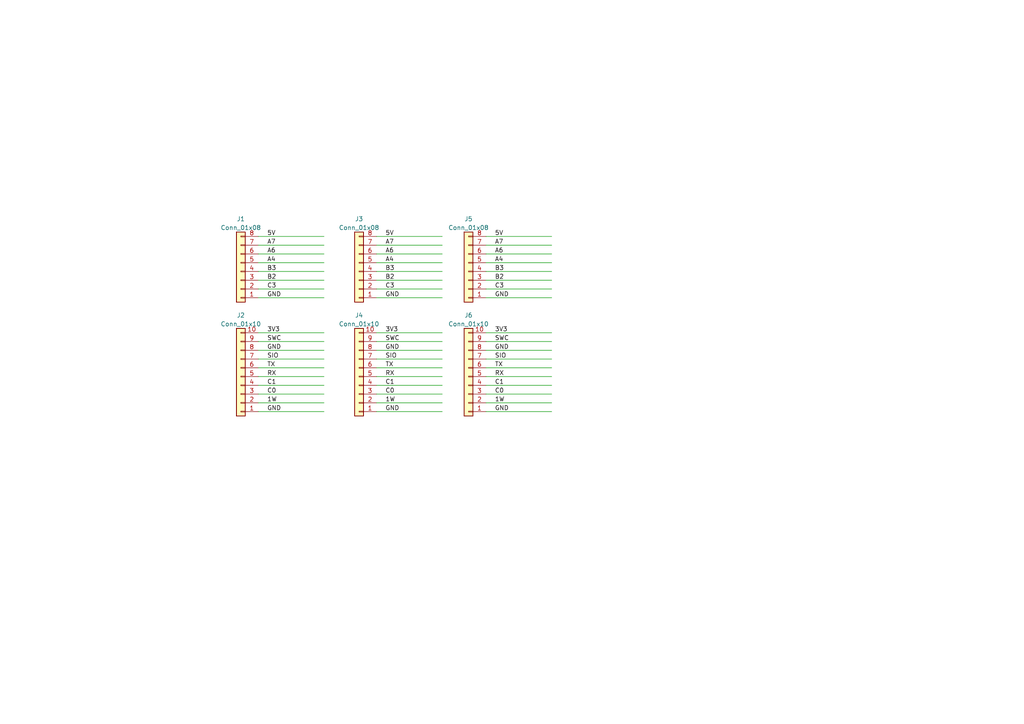
<source format=kicad_sch>
(kicad_sch (version 20230121) (generator eeschema)

  (uuid f6a981c5-3133-44e6-b4e4-f770fdfd038d)

  (paper "A4")

  (lib_symbols
    (symbol "Connector_Generic:Conn_01x08" (pin_names (offset 1.016) hide) (in_bom yes) (on_board yes)
      (property "Reference" "J" (at 0 10.16 0)
        (effects (font (size 1.27 1.27)))
      )
      (property "Value" "Conn_01x08" (at 0 -12.7 0)
        (effects (font (size 1.27 1.27)))
      )
      (property "Footprint" "" (at 0 0 0)
        (effects (font (size 1.27 1.27)) hide)
      )
      (property "Datasheet" "~" (at 0 0 0)
        (effects (font (size 1.27 1.27)) hide)
      )
      (property "ki_keywords" "connector" (at 0 0 0)
        (effects (font (size 1.27 1.27)) hide)
      )
      (property "ki_description" "Generic connector, single row, 01x08, script generated (kicad-library-utils/schlib/autogen/connector/)" (at 0 0 0)
        (effects (font (size 1.27 1.27)) hide)
      )
      (property "ki_fp_filters" "Connector*:*_1x??_*" (at 0 0 0)
        (effects (font (size 1.27 1.27)) hide)
      )
      (symbol "Conn_01x08_1_1"
        (rectangle (start -1.27 -10.033) (end 0 -10.287)
          (stroke (width 0.1524) (type default))
          (fill (type none))
        )
        (rectangle (start -1.27 -7.493) (end 0 -7.747)
          (stroke (width 0.1524) (type default))
          (fill (type none))
        )
        (rectangle (start -1.27 -4.953) (end 0 -5.207)
          (stroke (width 0.1524) (type default))
          (fill (type none))
        )
        (rectangle (start -1.27 -2.413) (end 0 -2.667)
          (stroke (width 0.1524) (type default))
          (fill (type none))
        )
        (rectangle (start -1.27 0.127) (end 0 -0.127)
          (stroke (width 0.1524) (type default))
          (fill (type none))
        )
        (rectangle (start -1.27 2.667) (end 0 2.413)
          (stroke (width 0.1524) (type default))
          (fill (type none))
        )
        (rectangle (start -1.27 5.207) (end 0 4.953)
          (stroke (width 0.1524) (type default))
          (fill (type none))
        )
        (rectangle (start -1.27 7.747) (end 0 7.493)
          (stroke (width 0.1524) (type default))
          (fill (type none))
        )
        (rectangle (start -1.27 8.89) (end 1.27 -11.43)
          (stroke (width 0.254) (type default))
          (fill (type background))
        )
        (pin passive line (at -5.08 7.62 0) (length 3.81)
          (name "Pin_1" (effects (font (size 1.27 1.27))))
          (number "1" (effects (font (size 1.27 1.27))))
        )
        (pin passive line (at -5.08 5.08 0) (length 3.81)
          (name "Pin_2" (effects (font (size 1.27 1.27))))
          (number "2" (effects (font (size 1.27 1.27))))
        )
        (pin passive line (at -5.08 2.54 0) (length 3.81)
          (name "Pin_3" (effects (font (size 1.27 1.27))))
          (number "3" (effects (font (size 1.27 1.27))))
        )
        (pin passive line (at -5.08 0 0) (length 3.81)
          (name "Pin_4" (effects (font (size 1.27 1.27))))
          (number "4" (effects (font (size 1.27 1.27))))
        )
        (pin passive line (at -5.08 -2.54 0) (length 3.81)
          (name "Pin_5" (effects (font (size 1.27 1.27))))
          (number "5" (effects (font (size 1.27 1.27))))
        )
        (pin passive line (at -5.08 -5.08 0) (length 3.81)
          (name "Pin_6" (effects (font (size 1.27 1.27))))
          (number "6" (effects (font (size 1.27 1.27))))
        )
        (pin passive line (at -5.08 -7.62 0) (length 3.81)
          (name "Pin_7" (effects (font (size 1.27 1.27))))
          (number "7" (effects (font (size 1.27 1.27))))
        )
        (pin passive line (at -5.08 -10.16 0) (length 3.81)
          (name "Pin_8" (effects (font (size 1.27 1.27))))
          (number "8" (effects (font (size 1.27 1.27))))
        )
      )
    )
    (symbol "Connector_Generic:Conn_01x10" (pin_names (offset 1.016) hide) (in_bom yes) (on_board yes)
      (property "Reference" "J" (at 0 12.7 0)
        (effects (font (size 1.27 1.27)))
      )
      (property "Value" "Conn_01x10" (at 0 -15.24 0)
        (effects (font (size 1.27 1.27)))
      )
      (property "Footprint" "" (at 0 0 0)
        (effects (font (size 1.27 1.27)) hide)
      )
      (property "Datasheet" "~" (at 0 0 0)
        (effects (font (size 1.27 1.27)) hide)
      )
      (property "ki_keywords" "connector" (at 0 0 0)
        (effects (font (size 1.27 1.27)) hide)
      )
      (property "ki_description" "Generic connector, single row, 01x10, script generated (kicad-library-utils/schlib/autogen/connector/)" (at 0 0 0)
        (effects (font (size 1.27 1.27)) hide)
      )
      (property "ki_fp_filters" "Connector*:*_1x??_*" (at 0 0 0)
        (effects (font (size 1.27 1.27)) hide)
      )
      (symbol "Conn_01x10_1_1"
        (rectangle (start -1.27 -12.573) (end 0 -12.827)
          (stroke (width 0.1524) (type default))
          (fill (type none))
        )
        (rectangle (start -1.27 -10.033) (end 0 -10.287)
          (stroke (width 0.1524) (type default))
          (fill (type none))
        )
        (rectangle (start -1.27 -7.493) (end 0 -7.747)
          (stroke (width 0.1524) (type default))
          (fill (type none))
        )
        (rectangle (start -1.27 -4.953) (end 0 -5.207)
          (stroke (width 0.1524) (type default))
          (fill (type none))
        )
        (rectangle (start -1.27 -2.413) (end 0 -2.667)
          (stroke (width 0.1524) (type default))
          (fill (type none))
        )
        (rectangle (start -1.27 0.127) (end 0 -0.127)
          (stroke (width 0.1524) (type default))
          (fill (type none))
        )
        (rectangle (start -1.27 2.667) (end 0 2.413)
          (stroke (width 0.1524) (type default))
          (fill (type none))
        )
        (rectangle (start -1.27 5.207) (end 0 4.953)
          (stroke (width 0.1524) (type default))
          (fill (type none))
        )
        (rectangle (start -1.27 7.747) (end 0 7.493)
          (stroke (width 0.1524) (type default))
          (fill (type none))
        )
        (rectangle (start -1.27 10.287) (end 0 10.033)
          (stroke (width 0.1524) (type default))
          (fill (type none))
        )
        (rectangle (start -1.27 11.43) (end 1.27 -13.97)
          (stroke (width 0.254) (type default))
          (fill (type background))
        )
        (pin passive line (at -5.08 10.16 0) (length 3.81)
          (name "Pin_1" (effects (font (size 1.27 1.27))))
          (number "1" (effects (font (size 1.27 1.27))))
        )
        (pin passive line (at -5.08 -12.7 0) (length 3.81)
          (name "Pin_10" (effects (font (size 1.27 1.27))))
          (number "10" (effects (font (size 1.27 1.27))))
        )
        (pin passive line (at -5.08 7.62 0) (length 3.81)
          (name "Pin_2" (effects (font (size 1.27 1.27))))
          (number "2" (effects (font (size 1.27 1.27))))
        )
        (pin passive line (at -5.08 5.08 0) (length 3.81)
          (name "Pin_3" (effects (font (size 1.27 1.27))))
          (number "3" (effects (font (size 1.27 1.27))))
        )
        (pin passive line (at -5.08 2.54 0) (length 3.81)
          (name "Pin_4" (effects (font (size 1.27 1.27))))
          (number "4" (effects (font (size 1.27 1.27))))
        )
        (pin passive line (at -5.08 0 0) (length 3.81)
          (name "Pin_5" (effects (font (size 1.27 1.27))))
          (number "5" (effects (font (size 1.27 1.27))))
        )
        (pin passive line (at -5.08 -2.54 0) (length 3.81)
          (name "Pin_6" (effects (font (size 1.27 1.27))))
          (number "6" (effects (font (size 1.27 1.27))))
        )
        (pin passive line (at -5.08 -5.08 0) (length 3.81)
          (name "Pin_7" (effects (font (size 1.27 1.27))))
          (number "7" (effects (font (size 1.27 1.27))))
        )
        (pin passive line (at -5.08 -7.62 0) (length 3.81)
          (name "Pin_8" (effects (font (size 1.27 1.27))))
          (number "8" (effects (font (size 1.27 1.27))))
        )
        (pin passive line (at -5.08 -10.16 0) (length 3.81)
          (name "Pin_9" (effects (font (size 1.27 1.27))))
          (number "9" (effects (font (size 1.27 1.27))))
        )
      )
    )
  )


  (wire (pts (xy 74.93 116.84) (xy 93.98 116.84))
    (stroke (width 0) (type default))
    (uuid 11baed4b-1b73-4dea-811f-35f3316da8cf)
  )
  (wire (pts (xy 140.97 104.14) (xy 160.02 104.14))
    (stroke (width 0) (type default))
    (uuid 27b1ecf3-70ff-4447-a988-63e85cb15a62)
  )
  (wire (pts (xy 109.22 73.66) (xy 128.27 73.66))
    (stroke (width 0) (type default))
    (uuid 301ba160-e7fe-4f4b-ae7e-c87d039bb533)
  )
  (wire (pts (xy 74.93 78.74) (xy 93.98 78.74))
    (stroke (width 0) (type default))
    (uuid 36a90887-1ebe-4c74-b6b5-2905ffb4a8c5)
  )
  (wire (pts (xy 109.22 96.52) (xy 128.27 96.52))
    (stroke (width 0) (type default))
    (uuid 3a42f213-9515-4730-bc35-fcb3bac901df)
  )
  (wire (pts (xy 109.22 83.82) (xy 128.27 83.82))
    (stroke (width 0) (type default))
    (uuid 3e7c84e9-e581-470f-a8f6-116b1d4a7894)
  )
  (wire (pts (xy 74.93 111.76) (xy 93.98 111.76))
    (stroke (width 0) (type default))
    (uuid 4887564d-8121-411f-80f5-347d4a313eda)
  )
  (wire (pts (xy 140.97 106.68) (xy 160.02 106.68))
    (stroke (width 0) (type default))
    (uuid 57aac16a-b125-45b1-be30-4b88de106818)
  )
  (wire (pts (xy 109.22 99.06) (xy 128.27 99.06))
    (stroke (width 0) (type default))
    (uuid 5a38f497-f2ad-4f05-b2a4-eb81f187d4e7)
  )
  (wire (pts (xy 74.93 73.66) (xy 93.98 73.66))
    (stroke (width 0) (type default))
    (uuid 5bbbc239-3335-41e8-9ed4-fa6fb479e0c9)
  )
  (wire (pts (xy 140.97 96.52) (xy 160.02 96.52))
    (stroke (width 0) (type default))
    (uuid 67c18cce-b288-4b8f-aa38-da96e01b04f4)
  )
  (wire (pts (xy 74.93 104.14) (xy 93.98 104.14))
    (stroke (width 0) (type default))
    (uuid 6c4450d4-b278-40e0-bdc9-c33a006ab463)
  )
  (wire (pts (xy 74.93 86.36) (xy 93.98 86.36))
    (stroke (width 0) (type default))
    (uuid 713af56f-3d43-4c34-8725-3ea4a17086b2)
  )
  (wire (pts (xy 140.97 109.22) (xy 160.02 109.22))
    (stroke (width 0) (type default))
    (uuid 7470db14-b9b9-47ac-9976-0d3865b9f97f)
  )
  (wire (pts (xy 140.97 71.12) (xy 160.02 71.12))
    (stroke (width 0) (type default))
    (uuid 755c3a4f-65bd-4d02-bf46-bb3986db75bc)
  )
  (wire (pts (xy 74.93 96.52) (xy 93.98 96.52))
    (stroke (width 0) (type default))
    (uuid 75bc21c1-37bb-4c00-937e-e802b61e0640)
  )
  (wire (pts (xy 74.93 109.22) (xy 93.98 109.22))
    (stroke (width 0) (type default))
    (uuid 768c926f-173d-4269-a195-634920541836)
  )
  (wire (pts (xy 74.93 114.3) (xy 93.98 114.3))
    (stroke (width 0) (type default))
    (uuid 784b06aa-ce27-4b74-a544-2c768d7c6996)
  )
  (wire (pts (xy 109.22 119.38) (xy 128.27 119.38))
    (stroke (width 0) (type default))
    (uuid 79f1a73e-80b5-4275-bd5e-515f39f4535d)
  )
  (wire (pts (xy 140.97 86.36) (xy 160.02 86.36))
    (stroke (width 0) (type default))
    (uuid 79f80932-316c-4afd-9afe-4a75500b7d63)
  )
  (wire (pts (xy 109.22 71.12) (xy 128.27 71.12))
    (stroke (width 0) (type default))
    (uuid 7be18310-d377-4dbf-8126-3a4be1d363bc)
  )
  (wire (pts (xy 109.22 101.6) (xy 128.27 101.6))
    (stroke (width 0) (type default))
    (uuid 7ea23138-67a2-4ccf-b939-047f7707791e)
  )
  (wire (pts (xy 74.93 99.06) (xy 93.98 99.06))
    (stroke (width 0) (type default))
    (uuid 815e7c3a-38e8-4245-a5dc-17ab4ef76c65)
  )
  (wire (pts (xy 140.97 99.06) (xy 160.02 99.06))
    (stroke (width 0) (type default))
    (uuid 88bf9044-35eb-46ca-8b90-ef92ee53879b)
  )
  (wire (pts (xy 74.93 119.38) (xy 93.98 119.38))
    (stroke (width 0) (type default))
    (uuid 8a43b47f-47b5-4b9f-b2b6-9093f624ed31)
  )
  (wire (pts (xy 140.97 78.74) (xy 160.02 78.74))
    (stroke (width 0) (type default))
    (uuid 8aafe44d-b70b-4b6f-a41f-205cf2e6ed3b)
  )
  (wire (pts (xy 109.22 68.58) (xy 128.27 68.58))
    (stroke (width 0) (type default))
    (uuid 8c42bed5-ea84-4312-8b01-47b0d8a1d450)
  )
  (wire (pts (xy 109.22 106.68) (xy 128.27 106.68))
    (stroke (width 0) (type default))
    (uuid 8dfa7bd6-4eb7-4980-adab-393c0817ff49)
  )
  (wire (pts (xy 140.97 68.58) (xy 160.02 68.58))
    (stroke (width 0) (type default))
    (uuid 8f23b340-b30e-4d7d-972f-0aa126e2d5bd)
  )
  (wire (pts (xy 140.97 101.6) (xy 160.02 101.6))
    (stroke (width 0) (type default))
    (uuid 98debea5-3fd0-4475-9273-12ce2bf653d1)
  )
  (wire (pts (xy 74.93 83.82) (xy 93.98 83.82))
    (stroke (width 0) (type default))
    (uuid a0c2aad7-e765-46d6-a878-b1fa8834b610)
  )
  (wire (pts (xy 109.22 104.14) (xy 128.27 104.14))
    (stroke (width 0) (type default))
    (uuid a38647db-2041-4371-9986-0cbfbcf29bc1)
  )
  (wire (pts (xy 74.93 68.58) (xy 93.98 68.58))
    (stroke (width 0) (type default))
    (uuid ae107157-53c1-48c8-880e-023ff790ff17)
  )
  (wire (pts (xy 74.93 81.28) (xy 93.98 81.28))
    (stroke (width 0) (type default))
    (uuid b3388ff5-3854-40a4-949d-f6ee4422d80c)
  )
  (wire (pts (xy 74.93 76.2) (xy 93.98 76.2))
    (stroke (width 0) (type default))
    (uuid b3665c83-f603-4f8a-9d5b-bebd5c87df0b)
  )
  (wire (pts (xy 140.97 116.84) (xy 160.02 116.84))
    (stroke (width 0) (type default))
    (uuid b9c15a5a-e809-4c3e-918e-50836e40dd6d)
  )
  (wire (pts (xy 140.97 83.82) (xy 160.02 83.82))
    (stroke (width 0) (type default))
    (uuid ba13862e-05f4-4bcf-9e84-2ae3a2e2f823)
  )
  (wire (pts (xy 140.97 76.2) (xy 160.02 76.2))
    (stroke (width 0) (type default))
    (uuid ba3612c2-0001-43b5-b0a3-b038b3304b42)
  )
  (wire (pts (xy 140.97 81.28) (xy 160.02 81.28))
    (stroke (width 0) (type default))
    (uuid bd73e6e3-4bb0-4bd2-8af1-002f8ea91088)
  )
  (wire (pts (xy 109.22 76.2) (xy 128.27 76.2))
    (stroke (width 0) (type default))
    (uuid bd7c3f18-9974-41f8-ac6e-41f246943d4a)
  )
  (wire (pts (xy 109.22 111.76) (xy 128.27 111.76))
    (stroke (width 0) (type default))
    (uuid c6bfe0a5-63b1-4ae0-81ec-8b1b5e0bda90)
  )
  (wire (pts (xy 109.22 114.3) (xy 128.27 114.3))
    (stroke (width 0) (type default))
    (uuid cb10e3fc-c0d7-4858-9d5f-6fd7988895e0)
  )
  (wire (pts (xy 74.93 71.12) (xy 93.98 71.12))
    (stroke (width 0) (type default))
    (uuid d00af6f3-9c8f-4c55-85cd-e4482bd1ab15)
  )
  (wire (pts (xy 74.93 106.68) (xy 93.98 106.68))
    (stroke (width 0) (type default))
    (uuid d3171f73-0706-44c2-8b92-c9bac086b4ba)
  )
  (wire (pts (xy 109.22 86.36) (xy 128.27 86.36))
    (stroke (width 0) (type default))
    (uuid d3d33531-de7e-4f4b-a2c6-f42f016bfe67)
  )
  (wire (pts (xy 109.22 81.28) (xy 128.27 81.28))
    (stroke (width 0) (type default))
    (uuid dce30442-be26-458d-9c21-0651be715921)
  )
  (wire (pts (xy 74.93 101.6) (xy 93.98 101.6))
    (stroke (width 0) (type default))
    (uuid dd8ab8f9-1e75-455a-ae53-5a774598e175)
  )
  (wire (pts (xy 140.97 111.76) (xy 160.02 111.76))
    (stroke (width 0) (type default))
    (uuid ded1e9b4-0e88-48c0-95f9-c222c22c9ef8)
  )
  (wire (pts (xy 140.97 114.3) (xy 160.02 114.3))
    (stroke (width 0) (type default))
    (uuid e1890a11-2a39-426d-a475-e78c2f12d63d)
  )
  (wire (pts (xy 109.22 78.74) (xy 128.27 78.74))
    (stroke (width 0) (type default))
    (uuid e72e47f9-98db-4409-8d01-e553b4e0df9f)
  )
  (wire (pts (xy 140.97 119.38) (xy 160.02 119.38))
    (stroke (width 0) (type default))
    (uuid e939d56a-9d65-4ed5-b2ab-ec53971eab31)
  )
  (wire (pts (xy 140.97 73.66) (xy 160.02 73.66))
    (stroke (width 0) (type default))
    (uuid ee7ba00c-a9fa-4779-848b-a2d31f191eab)
  )
  (wire (pts (xy 109.22 109.22) (xy 128.27 109.22))
    (stroke (width 0) (type default))
    (uuid f55db51d-d88e-4d15-85b9-74f84cc89a4a)
  )
  (wire (pts (xy 109.22 116.84) (xy 128.27 116.84))
    (stroke (width 0) (type default))
    (uuid fc13404a-1878-4c5d-8e7a-99908d090f2e)
  )

  (label "A4" (at 77.47 76.2 0) (fields_autoplaced)
    (effects (font (size 1.27 1.27)) (justify left bottom))
    (uuid 01b98768-bd5f-4b1a-9112-26991e0b3fda)
  )
  (label "3V3" (at 77.47 96.52 0) (fields_autoplaced)
    (effects (font (size 1.27 1.27)) (justify left bottom))
    (uuid 0ea50c58-bce3-47cb-9331-ea48bc8c04cf)
  )
  (label "SWC" (at 111.76 99.06 0) (fields_autoplaced)
    (effects (font (size 1.27 1.27)) (justify left bottom))
    (uuid 0eb94fca-fcf3-4d96-95b2-0afca12421c1)
  )
  (label "SWC" (at 77.47 99.06 0) (fields_autoplaced)
    (effects (font (size 1.27 1.27)) (justify left bottom))
    (uuid 12fece97-a08e-4db1-b43a-3e5f84744bc4)
  )
  (label "A4" (at 143.51 76.2 0) (fields_autoplaced)
    (effects (font (size 1.27 1.27)) (justify left bottom))
    (uuid 15aa3982-7545-45f9-bbfa-bf326ee61528)
  )
  (label "C0" (at 111.76 114.3 0) (fields_autoplaced)
    (effects (font (size 1.27 1.27)) (justify left bottom))
    (uuid 17c1fbf8-e2d3-4417-b6c6-9042b43fa0bb)
  )
  (label "B3" (at 143.51 78.74 0) (fields_autoplaced)
    (effects (font (size 1.27 1.27)) (justify left bottom))
    (uuid 20e8af1e-a6cf-4727-ba07-8357cffda429)
  )
  (label "RX" (at 77.47 109.22 0) (fields_autoplaced)
    (effects (font (size 1.27 1.27)) (justify left bottom))
    (uuid 224d1ea6-8530-41f5-a3f1-0126270641d1)
  )
  (label "RX" (at 111.76 109.22 0) (fields_autoplaced)
    (effects (font (size 1.27 1.27)) (justify left bottom))
    (uuid 291cf976-56b5-4ff5-be30-26a4e5e524d1)
  )
  (label "TX" (at 111.76 106.68 0) (fields_autoplaced)
    (effects (font (size 1.27 1.27)) (justify left bottom))
    (uuid 2f8db01f-6dea-40f7-b9d8-adea7546c94a)
  )
  (label "C3" (at 111.76 83.82 0) (fields_autoplaced)
    (effects (font (size 1.27 1.27)) (justify left bottom))
    (uuid 2fb6bd33-d675-45e5-8cbb-31dc1e0c8ae8)
  )
  (label "GND" (at 143.51 119.38 0) (fields_autoplaced)
    (effects (font (size 1.27 1.27)) (justify left bottom))
    (uuid 34880152-ee65-44a9-9a19-718f009d45c7)
  )
  (label "1W" (at 77.47 116.84 0) (fields_autoplaced)
    (effects (font (size 1.27 1.27)) (justify left bottom))
    (uuid 3710f410-ae8d-4a86-971f-a074eefa3b79)
  )
  (label "B2" (at 77.47 81.28 0) (fields_autoplaced)
    (effects (font (size 1.27 1.27)) (justify left bottom))
    (uuid 3727e865-0ec3-4930-b66b-b9eb647d4407)
  )
  (label "GND" (at 111.76 119.38 0) (fields_autoplaced)
    (effects (font (size 1.27 1.27)) (justify left bottom))
    (uuid 3adf5432-2926-451f-afc0-3b62cddae5d7)
  )
  (label "SIO" (at 143.51 104.14 0) (fields_autoplaced)
    (effects (font (size 1.27 1.27)) (justify left bottom))
    (uuid 3c77569a-45bb-490e-a688-43a01df0bd10)
  )
  (label "5V" (at 77.47 68.58 0) (fields_autoplaced)
    (effects (font (size 1.27 1.27)) (justify left bottom))
    (uuid 472ecdc1-c67b-449a-9e86-f9ba008791bb)
  )
  (label "C3" (at 77.47 83.82 0) (fields_autoplaced)
    (effects (font (size 1.27 1.27)) (justify left bottom))
    (uuid 47fe23ef-8640-4c27-82d2-44810cec7ff8)
  )
  (label "3V3" (at 143.51 96.52 0) (fields_autoplaced)
    (effects (font (size 1.27 1.27)) (justify left bottom))
    (uuid 4eace11b-8639-4492-8706-d9079299d423)
  )
  (label "5V" (at 111.76 68.58 0) (fields_autoplaced)
    (effects (font (size 1.27 1.27)) (justify left bottom))
    (uuid 50a6fb42-740b-4bc1-a6ec-efa8e6321d89)
  )
  (label "GND" (at 77.47 86.36 0) (fields_autoplaced)
    (effects (font (size 1.27 1.27)) (justify left bottom))
    (uuid 50fa6eea-0f7a-4b91-839b-1c0374d49cbe)
  )
  (label "C1" (at 111.76 111.76 0) (fields_autoplaced)
    (effects (font (size 1.27 1.27)) (justify left bottom))
    (uuid 5656eb6e-9281-4334-ba06-0d2d0bad3b76)
  )
  (label "A6" (at 143.51 73.66 0) (fields_autoplaced)
    (effects (font (size 1.27 1.27)) (justify left bottom))
    (uuid 5776d8c0-49d3-40f0-a222-b2d2ec3fcfde)
  )
  (label "1W" (at 111.76 116.84 0) (fields_autoplaced)
    (effects (font (size 1.27 1.27)) (justify left bottom))
    (uuid 58cc46a9-9a61-46b0-80c8-136a44ae833e)
  )
  (label "C0" (at 77.47 114.3 0) (fields_autoplaced)
    (effects (font (size 1.27 1.27)) (justify left bottom))
    (uuid 58faad5f-c983-46d8-82cb-756a92e6ad0e)
  )
  (label "RX" (at 143.51 109.22 0) (fields_autoplaced)
    (effects (font (size 1.27 1.27)) (justify left bottom))
    (uuid 5ef04c1d-611f-4b0b-9c89-069a4319e30a)
  )
  (label "TX" (at 143.51 106.68 0) (fields_autoplaced)
    (effects (font (size 1.27 1.27)) (justify left bottom))
    (uuid 6e17e5c3-2b90-41a9-b0f8-c474963dca8d)
  )
  (label "B2" (at 111.76 81.28 0) (fields_autoplaced)
    (effects (font (size 1.27 1.27)) (justify left bottom))
    (uuid 705e2b3a-f713-4086-89ae-63ba68db0ce9)
  )
  (label "GND" (at 77.47 101.6 0) (fields_autoplaced)
    (effects (font (size 1.27 1.27)) (justify left bottom))
    (uuid 76171cd5-44b4-42ce-9459-2552ce96d350)
  )
  (label "A7" (at 111.76 71.12 0) (fields_autoplaced)
    (effects (font (size 1.27 1.27)) (justify left bottom))
    (uuid 78970ab3-9c1f-4979-ac27-af7adf46f29f)
  )
  (label "B3" (at 77.47 78.74 0) (fields_autoplaced)
    (effects (font (size 1.27 1.27)) (justify left bottom))
    (uuid 7f748ca6-7f95-44fa-8540-1879231d43a6)
  )
  (label "A6" (at 77.47 73.66 0) (fields_autoplaced)
    (effects (font (size 1.27 1.27)) (justify left bottom))
    (uuid 88376e77-64e9-4a9c-9921-56437e4c9c36)
  )
  (label "A4" (at 111.76 76.2 0) (fields_autoplaced)
    (effects (font (size 1.27 1.27)) (justify left bottom))
    (uuid 915fca69-c289-4877-b479-5833c4c53c6c)
  )
  (label "A6" (at 111.76 73.66 0) (fields_autoplaced)
    (effects (font (size 1.27 1.27)) (justify left bottom))
    (uuid 9441cc87-3954-43ba-9274-e54fdfb230ef)
  )
  (label "C0" (at 143.51 114.3 0) (fields_autoplaced)
    (effects (font (size 1.27 1.27)) (justify left bottom))
    (uuid 97fa3817-fabd-4f6a-9e4f-ea6553a44999)
  )
  (label "C1" (at 143.51 111.76 0) (fields_autoplaced)
    (effects (font (size 1.27 1.27)) (justify left bottom))
    (uuid 99aace11-5274-4875-bc04-f68745263b19)
  )
  (label "GND" (at 143.51 101.6 0) (fields_autoplaced)
    (effects (font (size 1.27 1.27)) (justify left bottom))
    (uuid 9a06eaea-a0f6-452a-95ec-9f8f99fca8e2)
  )
  (label "GND" (at 77.47 119.38 0) (fields_autoplaced)
    (effects (font (size 1.27 1.27)) (justify left bottom))
    (uuid 9bdf30ad-94a7-49e5-b89d-e5dd329334cc)
  )
  (label "C1" (at 77.47 111.76 0) (fields_autoplaced)
    (effects (font (size 1.27 1.27)) (justify left bottom))
    (uuid 9c7cc398-f351-4033-a4b6-7cdbc7d39a2e)
  )
  (label "A7" (at 77.47 71.12 0) (fields_autoplaced)
    (effects (font (size 1.27 1.27)) (justify left bottom))
    (uuid a1e045be-4f60-48fd-9215-d82120f2559c)
  )
  (label "A7" (at 143.51 71.12 0) (fields_autoplaced)
    (effects (font (size 1.27 1.27)) (justify left bottom))
    (uuid a30e24a0-6895-4df9-b081-38dc44f0954d)
  )
  (label "3V3" (at 111.76 96.52 0) (fields_autoplaced)
    (effects (font (size 1.27 1.27)) (justify left bottom))
    (uuid a4692a56-b7e3-422f-bf07-b3cbab92af49)
  )
  (label "SIO" (at 111.76 104.14 0) (fields_autoplaced)
    (effects (font (size 1.27 1.27)) (justify left bottom))
    (uuid b3061b14-7f71-49aa-8594-86aaed617132)
  )
  (label "GND" (at 143.51 86.36 0) (fields_autoplaced)
    (effects (font (size 1.27 1.27)) (justify left bottom))
    (uuid bfbd1e0c-f8fe-4214-bde5-5c12c4572bea)
  )
  (label "1W" (at 143.51 116.84 0) (fields_autoplaced)
    (effects (font (size 1.27 1.27)) (justify left bottom))
    (uuid c91f1201-a584-4a33-ba79-457b008e4bc4)
  )
  (label "C3" (at 143.51 83.82 0) (fields_autoplaced)
    (effects (font (size 1.27 1.27)) (justify left bottom))
    (uuid cda56080-e18c-489c-83c9-e2b5bbdef42a)
  )
  (label "B3" (at 111.76 78.74 0) (fields_autoplaced)
    (effects (font (size 1.27 1.27)) (justify left bottom))
    (uuid d61cb818-e56f-4c02-8f56-3a496819d65b)
  )
  (label "GND" (at 111.76 101.6 0) (fields_autoplaced)
    (effects (font (size 1.27 1.27)) (justify left bottom))
    (uuid de5ff775-9e41-48d4-b848-891274ec21c9)
  )
  (label "SIO" (at 77.47 104.14 0) (fields_autoplaced)
    (effects (font (size 1.27 1.27)) (justify left bottom))
    (uuid e2896076-1124-4824-a5fe-9c00dc3cebd0)
  )
  (label "SWC" (at 143.51 99.06 0) (fields_autoplaced)
    (effects (font (size 1.27 1.27)) (justify left bottom))
    (uuid e6ebb982-ffff-4577-b6f7-3b811150b244)
  )
  (label "GND" (at 111.76 86.36 0) (fields_autoplaced)
    (effects (font (size 1.27 1.27)) (justify left bottom))
    (uuid e9bbd906-c62f-4ec6-b7af-38cb29c198a1)
  )
  (label "5V" (at 143.51 68.58 0) (fields_autoplaced)
    (effects (font (size 1.27 1.27)) (justify left bottom))
    (uuid ef4b96df-39d3-4e51-9b8d-e3353a5b5017)
  )
  (label "TX" (at 77.47 106.68 0) (fields_autoplaced)
    (effects (font (size 1.27 1.27)) (justify left bottom))
    (uuid eff632c7-a4d6-48bb-bd64-cdda22556767)
  )
  (label "B2" (at 143.51 81.28 0) (fields_autoplaced)
    (effects (font (size 1.27 1.27)) (justify left bottom))
    (uuid f2f297a4-ec0c-45c4-9077-098ed28e9aef)
  )

  (symbol (lib_id "Connector_Generic:Conn_01x08") (at 135.89 78.74 180) (unit 1)
    (in_bom yes) (on_board yes) (dnp no) (fields_autoplaced)
    (uuid 03fe9649-4c53-4eb6-90ab-63a17c9784da)
    (property "Reference" "J5" (at 135.89 63.5 0)
      (effects (font (size 1.27 1.27)))
    )
    (property "Value" "Conn_01x08" (at 135.89 66.04 0)
      (effects (font (size 1.27 1.27)))
    )
    (property "Footprint" "Connector_PinHeader_2.54mm:PinHeader_1x08_P2.54mm_Vertical" (at 135.89 78.74 0)
      (effects (font (size 1.27 1.27)) hide)
    )
    (property "Datasheet" "~" (at 135.89 78.74 0)
      (effects (font (size 1.27 1.27)) hide)
    )
    (pin "1" (uuid 86c4039e-7dc5-4c12-9426-3f979d628fa9))
    (pin "2" (uuid 50da4f3f-9682-4674-ac48-b5370a03a8c0))
    (pin "3" (uuid e1240de4-99b5-4595-9246-d7bc1be50a5c))
    (pin "4" (uuid 427e7392-a427-4db7-8bba-aa8340575310))
    (pin "5" (uuid 9f7b6cd7-9f68-40e3-86d8-e3eae4eabb8e))
    (pin "6" (uuid 4e1bba10-cc50-41c9-bae5-e6f32860ec70))
    (pin "7" (uuid 3673ff3f-a127-481e-a9d3-a19076fb52c4))
    (pin "8" (uuid 011764ff-de92-4595-a9cd-8c8a5c95cbfa))
    (instances
      (project "Protoboard"
        (path "/f6a981c5-3133-44e6-b4e4-f770fdfd038d"
          (reference "J5") (unit 1)
        )
      )
    )
  )

  (symbol (lib_id "Connector_Generic:Conn_01x10") (at 135.89 109.22 180) (unit 1)
    (in_bom yes) (on_board yes) (dnp no) (fields_autoplaced)
    (uuid 0d2204ce-fcd1-4b73-ac62-9de4cd1ef5e1)
    (property "Reference" "J6" (at 135.89 91.44 0)
      (effects (font (size 1.27 1.27)))
    )
    (property "Value" "Conn_01x10" (at 135.89 93.98 0)
      (effects (font (size 1.27 1.27)))
    )
    (property "Footprint" "Connector_PinHeader_2.54mm:PinHeader_1x10_P2.54mm_Vertical" (at 135.89 109.22 0)
      (effects (font (size 1.27 1.27)) hide)
    )
    (property "Datasheet" "~" (at 135.89 109.22 0)
      (effects (font (size 1.27 1.27)) hide)
    )
    (pin "1" (uuid 525d5253-5cb2-4bda-9383-c8caf6943a29))
    (pin "10" (uuid c1012207-3a9f-4254-9963-529e293cf415))
    (pin "2" (uuid bda228d8-b1cd-4217-9f3e-1947ea1cba0c))
    (pin "3" (uuid 3c2ed2fa-e076-4e39-b9d1-e899846a411f))
    (pin "4" (uuid 1d2c1989-1922-490b-a57a-cc1d1ccc4526))
    (pin "5" (uuid 6af82b79-3e87-4d35-b6f5-4badf8c5017b))
    (pin "6" (uuid 580df1a7-1087-4008-bcb5-132e1f75cd43))
    (pin "7" (uuid a4528647-2a6c-4c18-8252-17b67f37427c))
    (pin "8" (uuid 80d36ac6-b910-473d-9ff9-ca242284d349))
    (pin "9" (uuid d4b25537-eee2-4867-b58f-69b13ff2a93f))
    (instances
      (project "Protoboard"
        (path "/f6a981c5-3133-44e6-b4e4-f770fdfd038d"
          (reference "J6") (unit 1)
        )
      )
    )
  )

  (symbol (lib_id "Connector_Generic:Conn_01x08") (at 104.14 78.74 180) (unit 1)
    (in_bom yes) (on_board yes) (dnp no) (fields_autoplaced)
    (uuid 785f9b3c-719b-48e1-8d85-ebff736d40d2)
    (property "Reference" "J3" (at 104.14 63.5 0)
      (effects (font (size 1.27 1.27)))
    )
    (property "Value" "Conn_01x08" (at 104.14 66.04 0)
      (effects (font (size 1.27 1.27)))
    )
    (property "Footprint" "Connector_PinHeader_2.54mm:PinHeader_1x08_P2.54mm_Vertical" (at 104.14 78.74 0)
      (effects (font (size 1.27 1.27)) hide)
    )
    (property "Datasheet" "~" (at 104.14 78.74 0)
      (effects (font (size 1.27 1.27)) hide)
    )
    (pin "1" (uuid 5907c61d-8a20-4adb-9d9d-9551da76f41d))
    (pin "2" (uuid 19830055-9ebb-4c5d-8f12-2b53100329d8))
    (pin "3" (uuid c4f27639-9987-458c-90c1-94f202639650))
    (pin "4" (uuid c0a3ff1e-e001-47cf-9746-c873de16a9c6))
    (pin "5" (uuid e008dd41-ff2f-4412-b49b-b7ad3b121c95))
    (pin "6" (uuid 6437e0cc-8979-40c0-aea1-e441892e3392))
    (pin "7" (uuid c400f9c6-936d-420c-aec5-75068b5643f9))
    (pin "8" (uuid c00c5c50-5156-4ef2-894a-5b841c949aed))
    (instances
      (project "Protoboard"
        (path "/f6a981c5-3133-44e6-b4e4-f770fdfd038d"
          (reference "J3") (unit 1)
        )
      )
    )
  )

  (symbol (lib_id "Connector_Generic:Conn_01x08") (at 69.85 78.74 180) (unit 1)
    (in_bom yes) (on_board yes) (dnp no) (fields_autoplaced)
    (uuid 82456a8c-6f97-48a9-af9e-0d930c4a99d4)
    (property "Reference" "J1" (at 69.85 63.5 0)
      (effects (font (size 1.27 1.27)))
    )
    (property "Value" "Conn_01x08" (at 69.85 66.04 0)
      (effects (font (size 1.27 1.27)))
    )
    (property "Footprint" "Connector_PinHeader_2.54mm:PinHeader_1x08_P2.54mm_Vertical" (at 69.85 78.74 0)
      (effects (font (size 1.27 1.27)) hide)
    )
    (property "Datasheet" "~" (at 69.85 78.74 0)
      (effects (font (size 1.27 1.27)) hide)
    )
    (pin "1" (uuid a951740c-80e2-4bf3-85dc-f246b1ef662c))
    (pin "2" (uuid 1a0a270e-5b7d-4999-adf4-212887df35c3))
    (pin "3" (uuid d5fab5b3-e64a-4e34-8481-67baeeb3ed74))
    (pin "4" (uuid 58cf1e7c-311b-4f92-b0b4-1cad11520d61))
    (pin "5" (uuid 3cfb92a7-8093-4440-956f-8c198b308fe7))
    (pin "6" (uuid 042ba73c-3235-47a5-b03b-cbfd69009b94))
    (pin "7" (uuid dcc6ad4f-7adb-4a8a-bdcc-0cdfa1e0cbc3))
    (pin "8" (uuid 34afe08f-e934-4b99-8938-878bbe9d24f5))
    (instances
      (project "Protoboard"
        (path "/f6a981c5-3133-44e6-b4e4-f770fdfd038d"
          (reference "J1") (unit 1)
        )
      )
    )
  )

  (symbol (lib_id "Connector_Generic:Conn_01x10") (at 104.14 109.22 180) (unit 1)
    (in_bom yes) (on_board yes) (dnp no) (fields_autoplaced)
    (uuid 8f50f249-5ded-4c9a-83c2-f39706bcb4e5)
    (property "Reference" "J4" (at 104.14 91.44 0)
      (effects (font (size 1.27 1.27)))
    )
    (property "Value" "Conn_01x10" (at 104.14 93.98 0)
      (effects (font (size 1.27 1.27)))
    )
    (property "Footprint" "Connector_PinHeader_2.54mm:PinHeader_1x10_P2.54mm_Vertical" (at 104.14 109.22 0)
      (effects (font (size 1.27 1.27)) hide)
    )
    (property "Datasheet" "~" (at 104.14 109.22 0)
      (effects (font (size 1.27 1.27)) hide)
    )
    (pin "1" (uuid 14c39aff-5fb3-40d0-99ad-4972dbd10f2d))
    (pin "10" (uuid ed8923ac-3bf1-4a91-ab27-216f0ca9c9e6))
    (pin "2" (uuid 5e0d9c9b-92e1-48ef-97bc-a714d6e06202))
    (pin "3" (uuid 0207cf32-4049-417d-bb23-00d412662005))
    (pin "4" (uuid 77359dad-0c28-448e-bfff-52012e5279d3))
    (pin "5" (uuid 05821d13-25ef-46e9-a695-2d1638968b11))
    (pin "6" (uuid b2fe3c12-0a0c-404b-a0e4-cc5abb158c35))
    (pin "7" (uuid d4bbefca-9f96-4312-9216-60f3026cbe95))
    (pin "8" (uuid 97a8667f-34e2-4152-b5e4-1187b047d062))
    (pin "9" (uuid c83efa58-91bb-4b56-ab58-5dc1f7012724))
    (instances
      (project "Protoboard"
        (path "/f6a981c5-3133-44e6-b4e4-f770fdfd038d"
          (reference "J4") (unit 1)
        )
      )
    )
  )

  (symbol (lib_id "Connector_Generic:Conn_01x10") (at 69.85 109.22 180) (unit 1)
    (in_bom yes) (on_board yes) (dnp no) (fields_autoplaced)
    (uuid e713d759-2925-4cd1-aee4-dea37a2d6e1d)
    (property "Reference" "J2" (at 69.85 91.44 0)
      (effects (font (size 1.27 1.27)))
    )
    (property "Value" "Conn_01x10" (at 69.85 93.98 0)
      (effects (font (size 1.27 1.27)))
    )
    (property "Footprint" "Connector_PinHeader_2.54mm:PinHeader_1x10_P2.54mm_Vertical" (at 69.85 109.22 0)
      (effects (font (size 1.27 1.27)) hide)
    )
    (property "Datasheet" "~" (at 69.85 109.22 0)
      (effects (font (size 1.27 1.27)) hide)
    )
    (pin "1" (uuid 0bf02177-3b7c-481d-81d2-2000645272e2))
    (pin "10" (uuid 60048138-0bf9-4fc2-bd0a-107d9a31e992))
    (pin "2" (uuid 417f8a90-f06b-43f1-95be-a1bba8a0f5a0))
    (pin "3" (uuid ef41d980-ecfc-4c50-8f1e-6d417024eb16))
    (pin "4" (uuid 0cfad224-4b3b-4c39-a4e2-466d4791f9bb))
    (pin "5" (uuid d99a51c4-e107-4d6d-b40e-a874e5389ba8))
    (pin "6" (uuid eee479be-de69-4a96-8e82-b2f9062101c9))
    (pin "7" (uuid f4e82e97-e535-4479-812c-901ef925ec7c))
    (pin "8" (uuid ed53cc45-26f6-42d2-87a4-b750a06d4ea4))
    (pin "9" (uuid 69c1d794-468b-4d2f-a733-da71a76c20ca))
    (instances
      (project "Protoboard"
        (path "/f6a981c5-3133-44e6-b4e4-f770fdfd038d"
          (reference "J2") (unit 1)
        )
      )
    )
  )

  (sheet_instances
    (path "/" (page "1"))
  )
)

</source>
